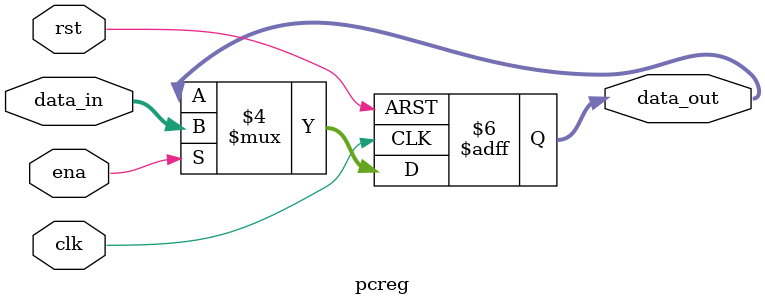
<source format=v>
`timescale 1ns / 1ps


module pcreg(
    input clk,
    input rst,
    input ena,
    input [31:0] data_in,
    output reg [31:0] data_out
    );
    always@(negedge clk or posedge rst)
    begin
        if(rst==1)
            data_out <= 32'h00000000;
        else if(ena==1)
            data_out <= data_in;
    end
endmodule

</source>
